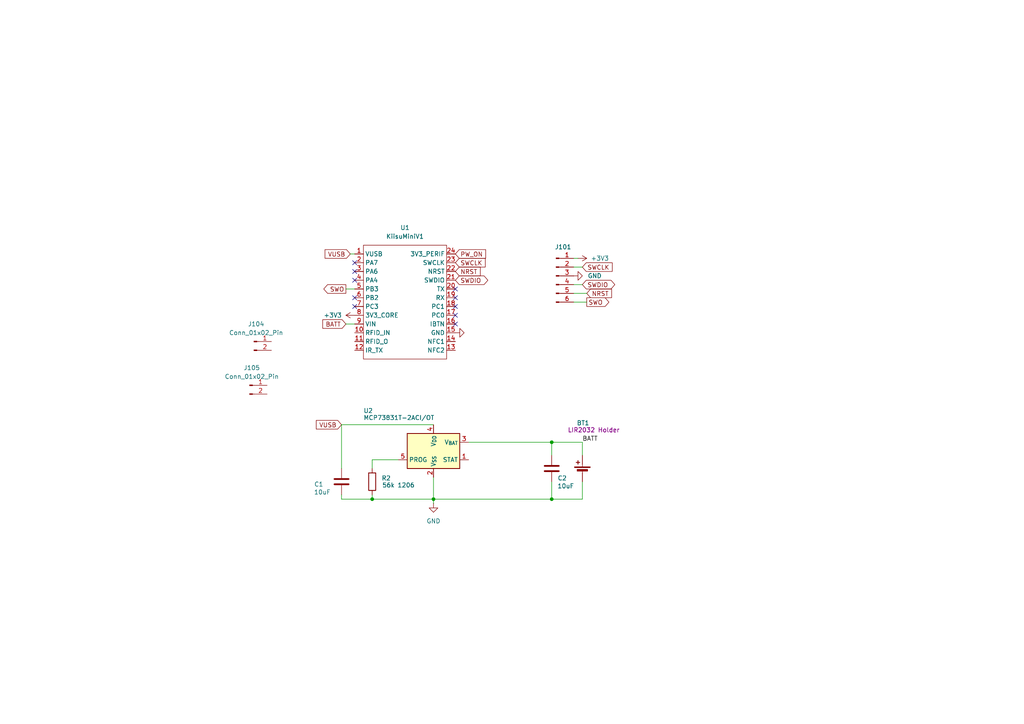
<source format=kicad_sch>
(kicad_sch (version 20250114) (generator "eeschema") (generator_version "9.0")
  (paper "A4")
  (lib_symbols
    (symbol "Battery_Management:MCP73831-2-OT"
      (property "Reference" "U" (at -7.62 6.35 0))
      (property "Value" "MCP73831-2-OT" (at 1.27 6.35 0))
      (symbol "MCP73831-2-OT_0_1"
        (rectangle (start -7.62 5.08) (end 7.62 -5.08) (stroke (width 0.254)) (fill (type background)))
      )
      (symbol "MCP73831-2-OT_1_1"
        (pin input line (at -10.16 -2.54 0) (length 2.54) (name "PROG") (number "5"))
        (pin power_in line (at 0 7.62 270) (length 2.54) (name "V_{DD}") (number "4"))
        (pin power_in line (at 0 -7.62 90) (length 2.54) (name "V_{SS}") (number "2"))
        (pin power_out line (at 10.16 2.54 180) (length 2.54) (name "V_{BAT}") (number "3"))
        (pin tri_state line (at 10.16 -2.54 180) (length 2.54) (name "STAT") (number "1"))
      )
    )
    (symbol "Connector:Conn_01x02_Pin" (pin_names (offset 1.016) (hide yes))
      (property "Reference" "J" (at 0 2.54 0))
      (property "Value" "Conn_01x02_Pin" (at 0 -5.08 0))
      (symbol "Conn_01x02_Pin_1_1"
        (rectangle (start 0.8636 0.127) (end 0 -0.127) (stroke (width 0.1524)) (fill (type outline)))
        (rectangle (start 0.8636 -2.413) (end 0 -2.667) (stroke (width 0.1524)) (fill (type outline)))
        (polyline (pts (xy 1.27 0) (xy 0.8636 0)) (stroke (width 0.1524)))
        (polyline (pts (xy 1.27 -2.54) (xy 0.8636 -2.54)) (stroke (width 0.1524)))
        (pin passive line (at 5.08 0 180) (length 3.81) (name "Pin_1") (number "1"))
        (pin passive line (at 5.08 -2.54 180) (length 3.81) (name "Pin_2") (number "2"))
      )
    )
    (symbol "Connector:Conn_01x06_Pin" (pin_names (offset 1.016) (hide yes))
      (property "Reference" "J" (at 0 7.62 0))
      (property "Value" "Conn_01x06_Pin" (at 0 -10.16 0))
      (symbol "Conn_01x06_Pin_1_1"
        (rectangle (start 0.8636 5.207) (end 0 4.953) (stroke (width 0.1524)) (fill (type outline)))
        (rectangle (start 0.8636 2.667) (end 0 2.413) (stroke (width 0.1524)) (fill (type outline)))
        (rectangle (start 0.8636 0.127) (end 0 -0.127) (stroke (width 0.1524)) (fill (type outline)))
        (rectangle (start 0.8636 -2.413) (end 0 -2.667) (stroke (width 0.1524)) (fill (type outline)))
        (rectangle (start 0.8636 -4.953) (end 0 -5.207) (stroke (width 0.1524)) (fill (type outline)))
        (rectangle (start 0.8636 -7.493) (end 0 -7.747) (stroke (width 0.1524)) (fill (type outline)))
        (polyline (pts (xy 1.27 5.08) (xy 0.8636 5.08)) (stroke (width 0.1524)))
        (polyline (pts (xy 1.27 2.54) (xy 0.8636 2.54)) (stroke (width 0.1524)))
        (polyline (pts (xy 1.27 0) (xy 0.8636 0)) (stroke (width 0.1524)))
        (polyline (pts (xy 1.27 -2.54) (xy 0.8636 -2.54)) (stroke (width 0.1524)))
        (polyline (pts (xy 1.27 -5.08) (xy 0.8636 -5.08)) (stroke (width 0.1524)))
        (polyline (pts (xy 1.27 -7.62) (xy 0.8636 -7.62)) (stroke (width 0.1524)))
        (pin passive line (at 5.08 5.08 180) (length 3.81) (name "Pin_1") (number "1"))
        (pin passive line (at 5.08 2.54 180) (length 3.81) (name "Pin_2") (number "2"))
        (pin passive line (at 5.08 0 180) (length 3.81) (name "Pin_3") (number "3"))
        (pin passive line (at 5.08 -2.54 180) (length 3.81) (name "Pin_4") (number "4"))
        (pin passive line (at 5.08 -5.08 180) (length 3.81) (name "Pin_5") (number "5"))
        (pin passive line (at 5.08 -7.62 180) (length 3.81) (name "Pin_6") (number "6"))
      )
    )
    (symbol "Device:Battery_Cell" (pin_numbers (hide yes)) (pin_names (offset 0) (hide yes))
      (property "Reference" "BT501" (at 3.81 3.1116 0))
      (property "Value" "MY-2032-12" (at 3.81 0.5716 0))
      (symbol "Battery_Cell_0_1"
        (rectangle (start -2.286 1.778) (end 2.286 1.524) (fill (type outline)))
        (rectangle (start -1.524 1.016) (end 1.524 0.508) (fill (type outline)))
        (polyline (pts (xy 0 1.778) (xy 0 2.54)))
        (polyline (pts (xy 0 0.762) (xy 0 0)))
        (polyline (pts (xy 0.762 3.048) (xy 1.778 3.048)) (stroke (width 0.254)))
        (polyline (pts (xy 1.27 3.556) (xy 1.27 2.54)) (stroke (width 0.254)))
      )
      (symbol "Battery_Cell_1_1"
        (pin power_out line (at 0 5.08 270) (length 2.54) (name "+") (number "+"))
        (pin power_out line (at 0 -2.54 90) (length 2.54) (name "-") (number "-"))
      )
    )
    (symbol "Device:C" (pin_numbers (hide yes)) (pin_names (offset 0.254))
      (property "Reference" "C" (at 0.635 2.54 0))
      (property "Value" "C" (at 0.635 -2.54 0))
      (symbol "C_0_1"
        (polyline (pts (xy -2.032 0.762) (xy 2.032 0.762)) (stroke (width 0.508)))
        (polyline (pts (xy -2.032 -0.762) (xy 2.032 -0.762)) (stroke (width 0.508)))
      )
      (symbol "C_1_1"
        (pin passive line (at 0 3.81 270) (length 2.794) (name "~") (number "1"))
        (pin passive line (at 0 -3.81 90) (length 2.794) (name "~") (number "2"))
      )
    )
    (symbol "Device:R" (pin_numbers (hide yes)) (pin_names (offset 0))
      (property "Reference" "R" (at 2.032 0 90))
      (property "Value" "R" (at 0 0 90))
      (symbol "R_0_1"
        (rectangle (start -1.016 -2.54) (end 1.016 2.54) (stroke (width 0.254)))
      )
      (symbol "R_1_1"
        (pin passive line (at 0 3.81 270) (length 1.27) (name "~") (number "1"))
        (pin passive line (at 0 -3.81 90) (length 1.27) (name "~") (number "2"))
      )
    )
    (symbol "Rainwalker:KiisuMinuV1"
      (property "Reference" "U" (at -10.414 18.034 0))
      (property "Value" "KiisuMiniV1" (at 0 0 0))
      (symbol "KiisuMinuV1_0_1"
        (rectangle (start -11.43 16.51) (end 12.7 -16.51))
      )
      (symbol "KiisuMinuV1_1_1"
        (pin power_out line (at -13.97 13.97 0) (length 2.54) (name "VUSB") (number "1"))
        (pin passive line (at -13.97 11.43 0) (length 2.54) (name "PA7") (number "2"))
        (pin passive line (at -13.97 8.89 0) (length 2.54) (name "PA6") (number "3"))
        (pin passive line (at -13.97 6.35 0) (length 2.54) (name "PA4") (number "4"))
        (pin passive line (at -13.97 3.81 0) (length 2.54) (name "PB3") (number "5"))
        (pin passive line (at -13.97 1.27 0) (length 2.54) (name "PB2") (number "6"))
        (pin passive line (at -13.97 -1.27 0) (length 2.54) (name "PC3") (number "7"))
        (pin power_out line (at -13.97 -3.81 0) (length 2.54) (name "3V3_CORE") (number "8"))
        (pin power_in line (at -13.97 -6.35 0) (length 2.54) (name "VIN") (number "9"))
        (pin passive line (at -13.97 -8.89 0) (length 2.54) (name "RFID_IN") (number "10"))
        (pin passive line (at -13.97 -11.43 0) (length 2.54) (name "RFID_O") (number "11"))
        (pin output line (at -13.97 -13.97 0) (length 2.54) (name "IR_TX") (number "12"))
        (pin power_out line (at 15.24 13.97 180) (length 2.54) (name "3V3_PERIF") (number "24"))
        (pin passive line (at 15.24 11.43 180) (length 2.54) (name "SWCLK") (number "23"))
        (pin passive line (at 15.24 8.89 180) (length 2.54) (name "NRST") (number "22"))
        (pin bidirectional line (at 15.24 6.35 180) (length 2.54) (name "SWDIO") (number "21"))
        (pin passive line (at 15.24 3.81 180) (length 2.54) (name "TX") (number "20"))
        (pin passive line (at 15.24 1.27 180) (length 2.54) (name "RX") (number "19"))
        (pin passive line (at 15.24 -1.27 180) (length 2.54) (name "PC1") (number "18"))
        (pin passive line (at 15.24 -3.81 180) (length 2.54) (name "PC0") (number "17"))
        (pin passive line (at 15.24 -6.35 180) (length 2.54) (name "IBTN") (number "16"))
        (pin power_out line (at 15.24 -8.89 180) (length 2.54) (name "GND") (number "15"))
        (pin passive line (at 15.24 -11.43 180) (length 2.54) (name "NFC1") (number "14"))
        (pin passive line (at 15.24 -13.97 180) (length 2.54) (name "NFC2") (number "13"))
      )
    )
    (symbol "power:+3V3" (power) (pin_numbers (hide yes)) (pin_names (offset 0) (hide yes))
      (property "Value" "+3V3" (at 0 3.556 0))
      (symbol "+3V3_0_1"
        (polyline (pts (xy -0.762 1.27) (xy 0 2.54)))
        (polyline (pts (xy 0 2.54) (xy 0.762 1.27)))
        (polyline (pts (xy 0 0) (xy 0 2.54)))
      )
      (symbol "+3V3_1_1"
        (pin power_in line (at 0 0 90) (length 0) (name "~") (number "1"))
      )
    )
    (symbol "power:GND" (power) (pin_numbers (hide yes)) (pin_names (offset 0) (hide yes))
      (property "Value" "GND" (at 0 -3.81 0))
      (symbol "GND_0_1"
        (polyline (pts (xy 0 0) (xy 0 -1.27) (xy 1.27 -1.27) (xy 0 -2.54) (xy -1.27 -1.27) (xy 0 -1.27)))
      )
      (symbol "GND_1_1"
        (pin power_in line (at 0 0 270) (length 0) (name "~") (number "1"))
      )
    )
  )
  (junction (at 160.02 128.27))
  (junction (at 160.02 144.78))
  (junction (at 125.73 144.78))
  (junction (at 107.95 144.78))
  (no_connect (at 102.87 76.2))
  (no_connect (at 132.08 93.98))
  (no_connect (at 132.08 91.44))
  (no_connect (at 132.08 88.9))
  (no_connect (at 102.87 81.28))
  (no_connect (at 102.87 78.74))
  (no_connect (at 132.08 83.82))
  (no_connect (at 102.87 86.36))
  (no_connect (at 132.08 86.36))
  (no_connect (at 102.87 88.9))
  (wire (pts (xy 135.89 128.27) (xy 160.02 128.27)))
  (wire (pts (xy 166.37 85.09) (xy 170.18 85.09)))
  (wire (pts (xy 160.02 128.27) (xy 160.02 132.08)))
  (wire (pts (xy 168.91 82.55) (xy 166.37 82.55)))
  (wire (pts (xy 160.02 139.7) (xy 160.02 144.78)))
  (wire (pts (xy 99.06 123.19) (xy 99.06 135.89)))
  (wire (pts (xy 100.33 83.82) (xy 102.87 83.82)))
  (wire (pts (xy 170.18 87.63) (xy 166.37 87.63)))
  (wire (pts (xy 99.06 144.78) (xy 107.95 144.78)))
  (wire (pts (xy 125.73 123.19) (xy 99.06 123.19)))
  (wire (pts (xy 107.95 144.78) (xy 125.73 144.78)))
  (wire (pts (xy 168.91 144.78) (xy 160.02 144.78)))
  (wire (pts (xy 168.91 77.47) (xy 166.37 77.47)))
  (wire (pts (xy 168.91 132.08) (xy 168.91 128.27)))
  (wire (pts (xy 125.73 146.05) (xy 125.73 144.78)))
  (wire (pts (xy 125.73 144.78) (xy 160.02 144.78)))
  (wire (pts (xy 107.95 135.89) (xy 107.95 133.35)))
  (wire (pts (xy 107.95 133.35) (xy 115.57 133.35)))
  (wire (pts (xy 168.91 139.7) (xy 168.91 144.78)))
  (wire (pts (xy 100.33 93.98) (xy 102.87 93.98)))
  (wire (pts (xy 167.64 74.93) (xy 166.37 74.93)))
  (wire (pts (xy 99.06 144.78) (xy 99.06 143.51)))
  (wire (pts (xy 125.73 138.43) (xy 125.73 144.78)))
  (wire (pts (xy 107.95 143.51) (xy 107.95 144.78)))
  (wire (pts (xy 160.02 128.27) (xy 168.91 128.27)))
  (wire (pts (xy 101.6 73.66) (xy 102.87 73.66)))
  (label "BATT" (at 168.91 128.27 0))
  (global_label "BATT" (shape input) (at 100.33 93.98 180) (property "Intersheetrefs" "${INTERSHEET_REFS}" (effects (hide yes))))
  (global_label "SWO" (shape output) (at 170.18 87.63 0) (property "Intersheetrefs" "${INTERSHEET_REFS}" (effects (hide yes))))
  (global_label "SWCLK" (shape input) (at 132.08 76.2 0) (property "Intersheetrefs" "${INTERSHEET_REFS}" (effects (hide yes))))
  (global_label "PW_ON" (shape input) (at 132.08 73.66 0) (property "Intersheetrefs" "${INTERSHEET_REFS}" (effects (hide yes))))
  (global_label "NRST" (shape input) (at 132.08 78.74 0) (property "Intersheetrefs" "${INTERSHEET_REFS}" (effects (hide yes))))
  (global_label "SWDIO" (shape bidirectional) (at 132.08 81.28 0) (property "Intersheetrefs" "${INTERSHEET_REFS}" (effects (hide yes))))
  (global_label "VUSB" (shape input) (at 101.6 73.66 180) (property "Intersheetrefs" "${INTERSHEET_REFS}" (effects (hide yes))))
  (global_label "SWDIO" (shape bidirectional) (at 168.91 82.55 0) (property "Intersheetrefs" "${INTERSHEET_REFS}" (effects (hide yes))))
  (global_label "SWO" (shape output) (at 100.33 83.82 180) (property "Intersheetrefs" "${INTERSHEET_REFS}" (effects (hide yes))))
  (global_label "VUSB" (shape input) (at 99.06 123.19 180) (property "Intersheetrefs" "${INTERSHEET_REFS}" (effects (hide yes))))
  (global_label "NRST" (shape input) (at 170.18 85.09 0) (property "Intersheetrefs" "${INTERSHEET_REFS}" (effects (hide yes))))
  (global_label "SWCLK" (shape input) (at 168.91 77.47 0) (property "Intersheetrefs" "${INTERSHEET_REFS}" (effects (hide yes))))
  (symbol (lib_id "power:+3V3") (at 102.87 91.44 90) (unit 1)
    (property "Reference" "#PWR02" (effects (hide yes)))
    (property "Value" "+3V3" (at 96.52 91.44 90))
    (property "Description" "Power symbol creates a global label with name \"+3V3\"" (effects (hide yes)))
  )
  (symbol (lib_id "Connector:Conn_01x06_Pin") (at 161.29 80.01 0) (unit 1) (in_bom no)
    (property "Reference" "J101" (at 163.322 71.628 0))
    (property "Value" "ZX-PZ1.0-1-4PZZ" (effects (hide yes)))
    (property "Footprint" "Rainwalker:PinHeader_1x06_P1.00 press" (effects (hide yes)))
    (property "Description" "Generic connector, single row, 01x06, script generated" (effects (hide yes)))
  )
  (symbol (lib_id "Battery_Management:MCP73831-2-OT") (at 125.73 130.81 0) (unit 1)
    (property "Reference" "U2" (at 105.41 119.126 0) (effects (justify left)))
    (property "Value" "MCP73831T-2ACI/OT" (at 105.41 121.158 0) (effects (justify left)))
    (property "Footprint" "Package_TO_SOT_SMD:SOT-23-5" (effects (hide yes)))
    (property "Datasheet" "https://www.lcsc.com/datasheet/lcsc_datasheet_1912111437_Microchip-Tech-MCP73831T-2ACI-OT_C424093.pdf" (effects (hide yes)))
    (property "Description" "Single cell, Li-Ion/Li-Po charge management controller, 4.20V, Tri-State Status Output, in SOT23-5 package" (effects (hide yes)))
    (property "FT Rotation Offset" "90" (effects (hide yes)))
  )
  (symbol (lib_id "power:GND") (at 125.73 146.05 0) (unit 1)
    (property "Reference" "#PWR01" (effects (hide yes)))
    (property "Value" "GND" (at 125.73 151.13 0))
    (property "Description" "Power symbol creates a global label with name \"GND\" , ground" (effects (hide yes)))
  )
  (symbol (lib_id "power:GND") (at 166.37 80.01 90) (unit 1)
    (property "Reference" "#PWR0101" (effects (hide yes)))
    (property "Value" "GND" (at 170.434 80.01 90) (effects (justify right)))
    (property "Description" "Power symbol creates a global label with name \"GND\" , ground" (effects (hide yes)))
  )
  (symbol (lib_id "Device:C") (at 99.06 139.7 0) (mirror x) (unit 1)
    (property "Reference" "C1" (at 92.456 140.462 0))
    (property "Value" "10uF" (at 93.472 142.748 0))
    (property "Footprint" "Capacitor_SMD:C_0603_1608Metric" (effects (hide yes)))
    (property "Description" "Unpolarized capacitor" (effects (hide yes)))
  )
  (symbol (lib_id "Rainwalker:KiisuMinuV1") (at 116.84 87.63 0) (unit 1)
    (property "Reference" "U1" (at 117.475 66.04 0))
    (property "Value" "KiisuMiniV1" (at 117.475 68.58 0))
    (property "Footprint" "Rainwalker:KiisuMiniV1" (effects (hide yes)))
    (property "Datasheet" "https://github.com/kiisu-io" (effects (hide yes)))
  )
  (symbol (lib_id "Device:C") (at 160.02 135.89 0) (mirror y) (unit 1)
    (property "Reference" "C2" (at 163.068 138.684 0))
    (property "Value" "10uF" (at 164.084 140.97 0))
    (property "Footprint" "Capacitor_SMD:C_0603_1608Metric" (effects (hide yes)))
    (property "Description" "Unpolarized capacitor" (effects (hide yes)))
  )
  (symbol (lib_id "power:GND") (at 132.08 96.52 90) (unit 1)
    (property "Reference" "#PWR03" (effects (hide yes)))
    (property "Value" "GND" (effects (hide yes)))
    (property "Description" "Power symbol creates a global label with name \"GND\" , ground" (effects (hide yes)))
  )
  (symbol (lib_id "power:+3V3") (at 167.64 74.93 270) (unit 1)
    (property "Reference" "#PWR0102" (effects (hide yes)))
    (property "Value" "+3V3" (at 173.99 74.93 90))
    (property "Description" "Power symbol creates a global label with name \"+3V3\"" (effects (hide yes)))
  )
  (symbol (lib_id "Connector:Conn_01x02_Pin") (at 73.66 99.06 0) (unit 1)
    (property "Reference" "J104" (at 74.295 93.98 0))
    (property "Value" "Conn_01x02_Pin" (at 74.295 96.52 0))
    (property "Footprint" "Connector_JST:JST_XH_S2B-XH-A_1x02_P2.50mm_Horizontal" (effects (hide yes)))
    (property "Description" "Generic connector, single row, 01x02, script generated" (effects (hide yes)))
  )
  (symbol (lib_id "Device:Battery_Cell") (at 168.91 137.16 0) (mirror y) (unit 1)
    (property "Reference" "BT1" (at 170.942 122.682 0) (effects (justify left)))
    (property "Value" "MY-2032-12" (effects (hide yes)))
    (property "Footprint" "Rainwalker:CR2032-3" (effects (hide yes)))
    (property "Datasheet" "https://jlcpcb.com/partdetail/Myoung-MY_203212/C964833" (effects (hide yes)))
    (property "Description" "LIR2032 Holder" (at 172.212 124.714 0))
  )
  (symbol (lib_id "Connector:Conn_01x02_Pin") (at 72.39 111.76 0) (unit 1)
    (property "Reference" "J105" (at 73.025 106.68 0))
    (property "Value" "Conn_01x02_Pin" (at 73.025 109.22 0))
    (property "Footprint" "Connector_JST:JST_PH_S2B-PH-K_1x02_P2.00mm_Horizontal" (effects (hide yes)))
    (property "Description" "Generic connector, single row, 01x02, script generated" (effects (hide yes)))
  )
  (symbol (lib_id "Device:R") (at 107.95 139.7 180) (unit 1)
    (property "Reference" "R2" (at 112.014 138.684 0))
    (property "Value" "56k 1206" (at 115.57 140.716 0))
    (property "Footprint" "Resistor_SMD:R_1206_3216Metric" (effects (hide yes)))
    (property "Description" "Resistor" (effects (hide yes)))
  )
)
</source>
